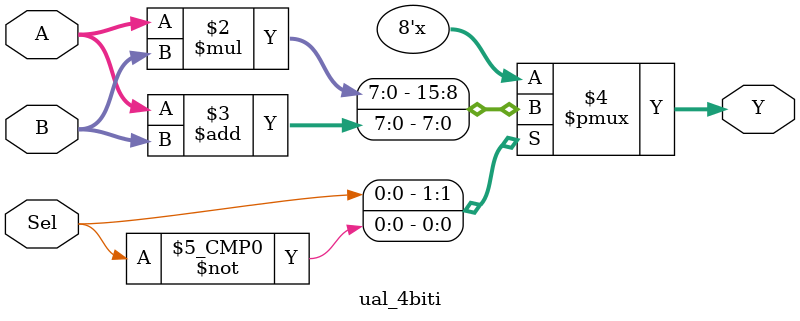
<source format=v>
`timescale 1ns/1ps

module ual_4biti (
    input  [3:0] A,
    input  [3:0] B,
    input  Sel,
    output reg [7:0] Y
);
always @(*) begin  
    case  (Sel)
        1'b1:Y=A*B;
        1'b0:Y=A+B;
        default:Y=8'b0;
    endcase
end
endmodule
</source>
